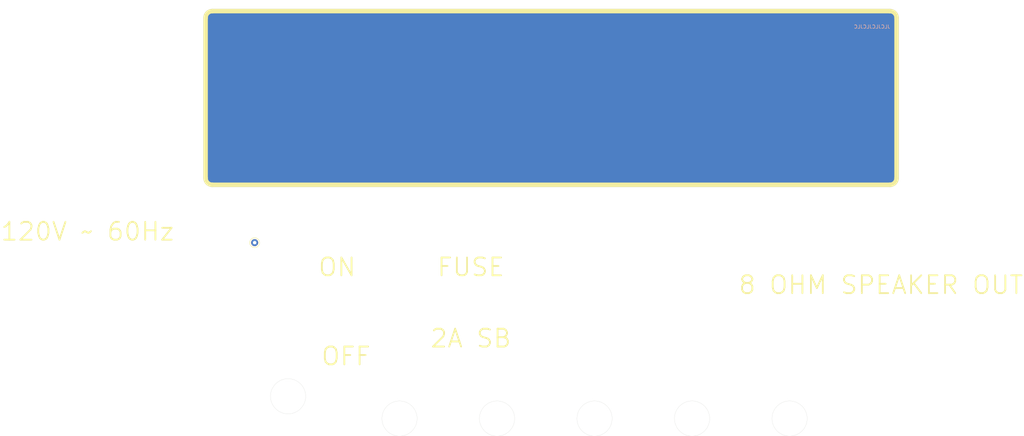
<source format=kicad_pcb>
(kicad_pcb (version 20171130) (host pcbnew 5.1.10-88a1d61d58~90~ubuntu20.04.1)

  (general
    (thickness 1.6)
    (drawings 29)
    (tracks 0)
    (zones 0)
    (modules 1)
    (nets 2)
  )

  (page A4)
  (title_block
    (title "It is the Champion Rear Panel")
    (date 2021-08-18)
    (rev 0)
    (comment 1 creativecommons.org/licenses/by/4.0/)
    (comment 2 "License: CC by 4.0")
    (comment 3 "Jordan Aceto")
  )

  (layers
    (0 F.Cu signal)
    (31 B.Cu signal)
    (32 B.Adhes user)
    (33 F.Adhes user)
    (34 B.Paste user)
    (35 F.Paste user)
    (36 B.SilkS user)
    (37 F.SilkS user)
    (38 B.Mask user)
    (39 F.Mask user)
    (40 Dwgs.User user)
    (41 Cmts.User user)
    (42 Eco1.User user)
    (43 Eco2.User user)
    (44 Edge.Cuts user)
    (45 Margin user)
    (46 B.CrtYd user)
    (47 F.CrtYd user)
    (48 B.Fab user)
    (49 F.Fab user)
  )

  (setup
    (last_trace_width 0.25)
    (trace_clearance 0.2)
    (zone_clearance 0.508)
    (zone_45_only no)
    (trace_min 0.2)
    (via_size 0.8)
    (via_drill 0.4)
    (via_min_size 0.4)
    (via_min_drill 0.3)
    (uvia_size 0.3)
    (uvia_drill 0.1)
    (uvias_allowed no)
    (uvia_min_size 0.2)
    (uvia_min_drill 0.1)
    (edge_width 0.05)
    (segment_width 0.2)
    (pcb_text_width 0.3)
    (pcb_text_size 1.5 1.5)
    (mod_edge_width 0.12)
    (mod_text_size 1 1)
    (mod_text_width 0.15)
    (pad_size 1.524 1.524)
    (pad_drill 0.762)
    (pad_to_mask_clearance 0)
    (aux_axis_origin 0 0)
    (visible_elements FFFFFF7F)
    (pcbplotparams
      (layerselection 0x010fc_ffffffff)
      (usegerberextensions true)
      (usegerberattributes false)
      (usegerberadvancedattributes false)
      (creategerberjobfile false)
      (excludeedgelayer true)
      (linewidth 0.150000)
      (plotframeref false)
      (viasonmask false)
      (mode 1)
      (useauxorigin false)
      (hpglpennumber 1)
      (hpglpenspeed 20)
      (hpglpendiameter 15.000000)
      (psnegative false)
      (psa4output false)
      (plotreference true)
      (plotvalue false)
      (plotinvisibletext false)
      (padsonsilk false)
      (subtractmaskfromsilk true)
      (outputformat 1)
      (mirror false)
      (drillshape 0)
      (scaleselection 1)
      (outputdirectory "../gerbers/"))
  )

  (net 0 "")
  (net 1 GND)

  (net_class Default "This is the default net class."
    (clearance 0.2)
    (trace_width 0.25)
    (via_dia 0.8)
    (via_drill 0.4)
    (uvia_dia 0.3)
    (uvia_drill 0.1)
    (add_net GND)
  )

  (module TestPoint:TestPoint_Keystone_5000-5004_Miniature (layer F.Cu) (tedit 5A0F774F) (tstamp 611D5494)
    (at 14.605 66.675)
    (descr "Keystone Miniature THM Test Point 5000-5004, http://www.keyelco.com/product-pdf.cfm?p=1309")
    (tags "Through Hole Mount Test Points")
    (path /611CF909)
    (fp_text reference TP1 (at 0 -2.5) (layer F.SilkS) hide
      (effects (font (size 1 1) (thickness 0.15)))
    )
    (fp_text value DUMMY (at 0 2.5) (layer F.Fab)
      (effects (font (size 1 1) (thickness 0.15)))
    )
    (fp_text user %R (at 0 -2.5) (layer F.Fab)
      (effects (font (size 1 1) (thickness 0.15)))
    )
    (fp_line (start -0.75 -0.25) (end 0.75 -0.25) (layer F.Fab) (width 0.15))
    (fp_line (start 0.75 -0.25) (end 0.75 0.25) (layer F.Fab) (width 0.15))
    (fp_line (start 0.75 0.25) (end -0.75 0.25) (layer F.Fab) (width 0.15))
    (fp_line (start -0.75 0.25) (end -0.75 -0.25) (layer F.Fab) (width 0.15))
    (fp_circle (center 0 0) (end 1.65 0) (layer F.CrtYd) (width 0.05))
    (fp_circle (center 0 0) (end 1.25 0) (layer F.Fab) (width 0.15))
    (fp_circle (center 0 0) (end 1.4 0) (layer F.SilkS) (width 0.15))
    (pad 1 thru_hole circle (at 0 0) (size 2 2) (drill 1) (layers *.Cu *.Mask)
      (net 1 GND))
    (model ${KISYS3DMOD}/TestPoint.3dshapes/TestPoint_Keystone_5000-5004_Miniature.wrl
      (at (xyz 0 0 0))
      (scale (xyz 1 1 1))
      (rotate (xyz 0 0 0))
    )
  )

  (gr_text "8 OHM SPEAKER OUT" (at 193.04 78.74) (layer F.SilkS) (tstamp 611C0D4C)
    (effects (font (size 5.08 5.08) (thickness 0.508)))
  )
  (gr_text "2A SB" (at 76.2 93.98) (layer F.SilkS) (tstamp 611C0D4C)
    (effects (font (size 5.08 5.08) (thickness 0.508)))
  )
  (gr_text FUSE (at 76.2 73.66) (layer F.SilkS) (tstamp 611C0D4C)
    (effects (font (size 5.08 5.08) (thickness 0.508)))
  )
  (gr_text OFF (at 40.64 99.06) (layer F.SilkS) (tstamp 611C0D4C)
    (effects (font (size 5.08 5.08) (thickness 0.508)))
  )
  (gr_text JLCJLCJLCJLC (at 190.5 5.08) (layer B.SilkS)
    (effects (font (size 1 1) (thickness 0.15)) (justify mirror))
  )
  (gr_line (start 195.58 50.165) (end 2.54 50.165) (layer F.SilkS) (width 1.27) (tstamp 6113C9D1))
  (gr_line (start 195.58 0.635) (end 2.54 0.635) (layer F.SilkS) (width 1.27) (tstamp 6113C9CA))
  (gr_line (start 197.485 48.26) (end 197.485 2.54) (layer F.SilkS) (width 1.27) (tstamp 6113C9BB))
  (gr_arc (start 195.58 48.26) (end 195.58 50.165) (angle -90) (layer F.SilkS) (width 1.27) (tstamp 6113C9BA))
  (gr_arc (start 195.58 2.54) (end 197.485 2.54) (angle -90) (layer F.SilkS) (width 1.27) (tstamp 6113C9B9))
  (gr_arc (start 2.54 48.26) (end 0.635 48.26) (angle -90) (layer F.SilkS) (width 1.27) (tstamp 6113C997))
  (gr_arc (start 2.54 2.54) (end 2.54 0.635) (angle -90) (layer F.SilkS) (width 1.27))
  (gr_line (start 0.635 2.54) (end 0.635 48.26) (layer F.SilkS) (width 1.27))
  (gr_text ON (at 38.1 73.66) (layer F.SilkS) (tstamp 6113CB04)
    (effects (font (size 5.08 5.08) (thickness 0.508)))
  )
  (gr_text "120V ~~ 60Hz" (at -33.02 63.5) (layer F.SilkS)
    (effects (font (size 5.08 5.08) (thickness 0.508)))
  )
  (gr_circle (center 167.005 116.84) (end 172.0215 116.84) (layer Edge.Cuts) (width 0.05) (tstamp 6113C77B))
  (gr_circle (center 139.22375 116.84) (end 144.24025 116.84) (layer Edge.Cuts) (width 0.05) (tstamp 6113C77B))
  (gr_circle (center 111.4425 116.84) (end 116.459 116.84) (layer Edge.Cuts) (width 0.05) (tstamp 6113C77B))
  (gr_circle (center 83.66125 116.84) (end 88.67775 116.84) (layer Edge.Cuts) (width 0.05) (tstamp 6113C77B))
  (gr_circle (center 55.88 116.84) (end 60.8965 116.84) (layer Edge.Cuts) (width 0.05) (tstamp 6113C1FA))
  (gr_circle (center 24.13 110.49) (end 29.1465 110.49) (layer Edge.Cuts) (width 0.05))
  (gr_arc (start 195.58 2.54) (end 198.12 2.54) (angle -90) (layer Edge.Cuts) (width 0.05) (tstamp 6113C14C))
  (gr_arc (start 195.58 48.26) (end 195.58 50.8) (angle -90) (layer Edge.Cuts) (width 0.05) (tstamp 6113C14C))
  (gr_arc (start 2.54 48.26) (end 0 48.26) (angle -90) (layer Edge.Cuts) (width 0.05) (tstamp 6113C14C))
  (gr_arc (start 2.54 2.54) (end 2.54 0) (angle -90) (layer Edge.Cuts) (width 0.05))
  (gr_line (start 195.58 0) (end 2.54 0) (layer Edge.Cuts) (width 0.05) (tstamp 6113C13F))
  (gr_line (start 198.12 48.26) (end 198.12 2.54) (layer Edge.Cuts) (width 0.05))
  (gr_line (start 2.54 50.8) (end 195.58 50.8) (layer Edge.Cuts) (width 0.05) (tstamp 611C0CB8))
  (gr_line (start 0 2.54) (end 0 48.26) (layer Edge.Cuts) (width 0.05))

  (zone (net 0) (net_name "") (layer F.Cu) (tstamp 6113CCB6) (hatch edge 0.508)
    (connect_pads (clearance 0.508))
    (min_thickness 0.254)
    (fill yes (arc_segments 32) (thermal_gap 0.508) (thermal_bridge_width 0.508))
    (polygon
      (pts
        (xy 200.66 52.07) (xy -1.27 52.07) (xy -1.27 -1.27) (xy 200.66 -1.27)
      )
    )
    (filled_polygon
      (pts
        (xy 195.944545 0.698909) (xy 196.295208 0.80478) (xy 196.618625 0.976744) (xy 196.902484 1.208254) (xy 197.135965 1.490486)
        (xy 197.310183 1.812695) (xy 197.418502 2.162614) (xy 197.460001 2.557452) (xy 197.46 48.227721) (xy 197.421091 48.624545)
        (xy 197.31522 48.975206) (xy 197.143257 49.298623) (xy 196.911748 49.582482) (xy 196.629514 49.815965) (xy 196.307304 49.990184)
        (xy 195.957385 50.098502) (xy 195.562557 50.14) (xy 2.572279 50.14) (xy 2.175455 50.101091) (xy 1.824794 49.99522)
        (xy 1.501377 49.823257) (xy 1.217518 49.591748) (xy 0.984035 49.309514) (xy 0.809816 48.987304) (xy 0.701498 48.637385)
        (xy 0.66 48.242557) (xy 0.66 2.572279) (xy 0.698909 2.175455) (xy 0.80478 1.824792) (xy 0.976744 1.501375)
        (xy 1.208254 1.217516) (xy 1.490486 0.984035) (xy 1.812695 0.809817) (xy 2.162614 0.701498) (xy 2.557443 0.66)
        (xy 195.547721 0.66)
      )
    )
  )
  (zone (net 0) (net_name "") (layer B.Cu) (tstamp 6113CCB3) (hatch edge 0.508)
    (connect_pads (clearance 0.508))
    (min_thickness 0.254)
    (fill yes (arc_segments 32) (thermal_gap 0.508) (thermal_bridge_width 0.508))
    (polygon
      (pts
        (xy 203.2 53.34) (xy -2.54 53.34) (xy -2.54 -2.54) (xy 203.2 -2.54)
      )
    )
    (filled_polygon
      (pts
        (xy 195.944545 0.698909) (xy 196.295208 0.80478) (xy 196.618625 0.976744) (xy 196.902484 1.208254) (xy 197.135965 1.490486)
        (xy 197.310183 1.812695) (xy 197.418502 2.162614) (xy 197.460001 2.557452) (xy 197.46 48.227721) (xy 197.421091 48.624545)
        (xy 197.31522 48.975206) (xy 197.143257 49.298623) (xy 196.911748 49.582482) (xy 196.629514 49.815965) (xy 196.307304 49.990184)
        (xy 195.957385 50.098502) (xy 195.562557 50.14) (xy 2.572279 50.14) (xy 2.175455 50.101091) (xy 1.824794 49.99522)
        (xy 1.501377 49.823257) (xy 1.217518 49.591748) (xy 0.984035 49.309514) (xy 0.809816 48.987304) (xy 0.701498 48.637385)
        (xy 0.66 48.242557) (xy 0.66 2.572279) (xy 0.698909 2.175455) (xy 0.80478 1.824792) (xy 0.976744 1.501375)
        (xy 1.208254 1.217516) (xy 1.490486 0.984035) (xy 1.812695 0.809817) (xy 2.162614 0.701498) (xy 2.557443 0.66)
        (xy 195.547721 0.66)
      )
    )
  )
)

</source>
